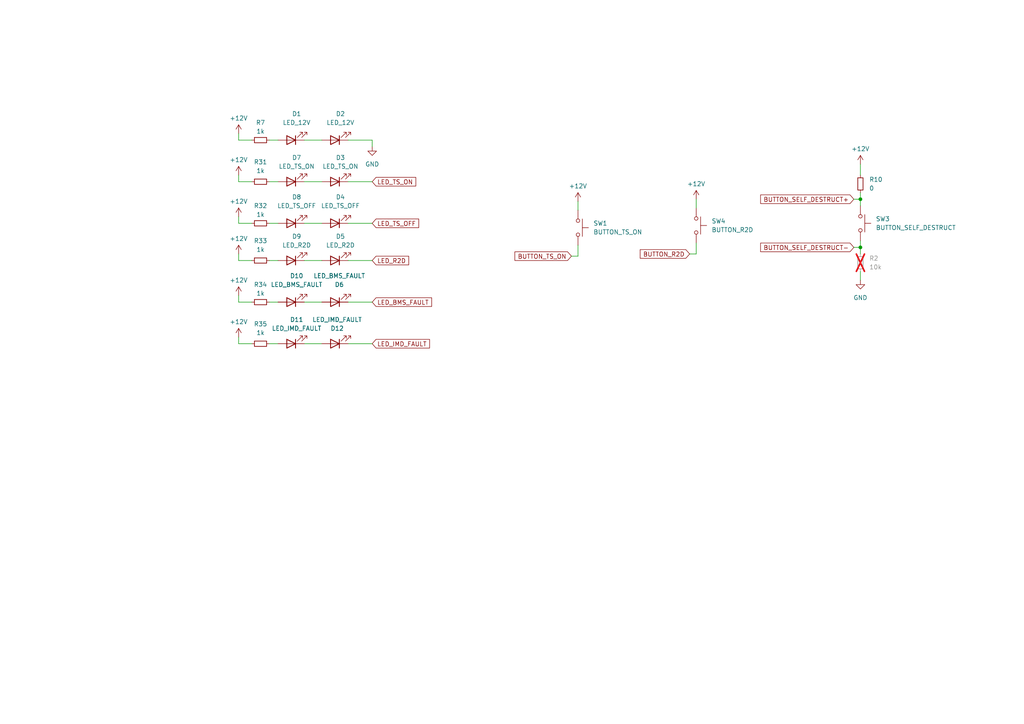
<source format=kicad_sch>
(kicad_sch (version 20230121) (generator eeschema)
  (paper "A4")
  (title_block (title "Dash") (date "2024-05-11") (rev "2.0.0") (company "SUFST - Southampton University Formula Student Team") (comment 1 "STAG X") (comment 2 "Joe Pater"))
  (lib_symbols
    (symbol "Device:LED" (pin_numbers hide) (pin_names (offset 1.016) hide)
      (property "Reference" "D" (at 0 2.54 0))
      (property "Value" "LED" (at 0 -2.54 0))
      (symbol "LED_0_1"
        (polyline (pts (xy -1.27 -1.27) (xy -1.27 1.27)) (stroke (width 0.254)))
        (polyline (pts (xy -1.27 0) (xy 1.27 0)))
        (polyline (pts (xy 1.27 -1.27) (xy 1.27 1.27) (xy -1.27 0) (xy 1.27 -1.27)) (stroke (width 0.254)))
        (polyline (pts (xy -3.048 -0.762) (xy -4.572 -2.286) (xy -3.81 -2.286) (xy -4.572 -2.286) (xy -4.572 -1.524)))
        (polyline (pts (xy -1.778 -0.762) (xy -3.302 -2.286) (xy -2.54 -2.286) (xy -3.302 -2.286) (xy -3.302 -1.524)))
      )
      (symbol "LED_1_1"
        (pin passive line (at -3.81 0 0) (length 2.54) (name "K") (number "1"))
        (pin passive line (at 3.81 0 180) (length 2.54) (name "A") (number "2"))
      )
    )
    (symbol "Device:R_Small" (pin_numbers hide) (pin_names (offset 0.254) hide)
      (property "Reference" "R" (at 0.762 0.508 0))
      (property "Value" "R_Small" (at 0.762 -1.016 0))
      (symbol "R_Small_0_1"
        (rectangle (start -0.762 1.778) (end 0.762 -1.778) (stroke (width 0.2032)))
      )
      (symbol "R_Small_1_1"
        (pin passive line (at 0 2.54 270) (length 0.762) (name "~") (number "1"))
        (pin passive line (at 0 -2.54 90) (length 0.762) (name "~") (number "2"))
      )
    )
    (symbol "Switch:SW_Push" (pin_numbers hide) (pin_names (offset 1.016) hide)
      (property "Reference" "SW" (at 1.27 2.54 0))
      (property "Value" "SW_Push" (at 0 -1.524 0))
      (symbol "SW_Push_0_1"
        (circle (center -2.032 0) (radius 0.508))
        (polyline (pts (xy 0 1.27) (xy 0 3.048)))
        (polyline (pts (xy 2.54 1.27) (xy -2.54 1.27)))
        (circle (center 2.032 0) (radius 0.508))
        (pin passive line (at -5.08 0 0) (length 2.54) (name "1") (number "1"))
        (pin passive line (at 5.08 0 180) (length 2.54) (name "2") (number "2"))
      )
    )
    (symbol "power:+12V" (power) (pin_names (offset 0))
      (property "Value" "+12V" (at 0 3.556 0))
      (symbol "+12V_0_1"
        (polyline (pts (xy -0.762 1.27) (xy 0 2.54)))
        (polyline (pts (xy 0 0) (xy 0 2.54)))
        (polyline (pts (xy 0 2.54) (xy 0.762 1.27)))
      )
      (symbol "+12V_1_1"
        (pin power_in line (at 0 0 90) (length 0) hide (name "+12V") (number "1"))
      )
    )
    (symbol "power:GND" (power) (pin_names (offset 0))
      (property "Value" "GND" (at 0 -3.81 0))
      (symbol "GND_0_1"
        (polyline (pts (xy 0 0) (xy 0 -1.27) (xy 1.27 -1.27) (xy 0 -2.54) (xy -1.27 -1.27) (xy 0 -1.27)))
      )
      (symbol "GND_1_1"
        (pin power_in line (at 0 0 270) (length 0) hide (name "GND") (number "1"))
      )
    )
  )
  (junction (at 249.555 71.755))
  (junction (at 249.555 57.785))
  (wire (pts (xy 69.215 99.695) (xy 73.025 99.695)))
  (wire (pts (xy 167.64 71.12) (xy 167.64 74.295)))
  (wire (pts (xy 249.555 57.785) (xy 249.555 59.69)))
  (wire (pts (xy 249.555 69.85) (xy 249.555 71.755)))
  (wire (pts (xy 78.105 64.77) (xy 80.645 64.77)))
  (wire (pts (xy 93.345 87.63) (xy 88.265 87.63)))
  (wire (pts (xy 107.95 42.545) (xy 107.95 40.64)))
  (wire (pts (xy 78.105 99.695) (xy 80.645 99.695)))
  (wire (pts (xy 93.345 75.565) (xy 88.265 75.565)))
  (wire (pts (xy 247.65 71.755) (xy 249.555 71.755)))
  (wire (pts (xy 69.215 75.565) (xy 73.025 75.565)))
  (wire (pts (xy 93.345 64.77) (xy 88.265 64.77)))
  (wire (pts (xy 200.025 73.66) (xy 201.93 73.66)))
  (wire (pts (xy 249.555 71.755) (xy 249.555 73.66)))
  (wire (pts (xy 69.215 73.66) (xy 69.215 75.565)))
  (wire (pts (xy 69.215 40.64) (xy 73.025 40.64)))
  (wire (pts (xy 247.65 57.785) (xy 249.555 57.785)))
  (wire (pts (xy 69.215 50.8) (xy 69.215 52.705)))
  (wire (pts (xy 201.93 57.785) (xy 201.93 60.325)))
  (wire (pts (xy 107.95 75.565) (xy 100.965 75.565)))
  (wire (pts (xy 107.95 64.77) (xy 100.965 64.77)))
  (wire (pts (xy 249.555 47.625) (xy 249.555 50.8)))
  (wire (pts (xy 69.215 85.725) (xy 69.215 87.63)))
  (wire (pts (xy 69.215 38.735) (xy 69.215 40.64)))
  (wire (pts (xy 78.105 40.64) (xy 80.645 40.64)))
  (wire (pts (xy 107.95 99.695) (xy 100.965 99.695)))
  (wire (pts (xy 78.105 52.705) (xy 80.645 52.705)))
  (wire (pts (xy 69.215 87.63) (xy 73.025 87.63)))
  (wire (pts (xy 249.555 55.88) (xy 249.555 57.785)))
  (wire (pts (xy 249.555 78.74) (xy 249.555 81.28)))
  (wire (pts (xy 93.345 99.695) (xy 88.265 99.695)))
  (wire (pts (xy 201.93 70.485) (xy 201.93 73.66)))
  (wire (pts (xy 93.345 52.705) (xy 88.265 52.705)))
  (wire (pts (xy 78.105 75.565) (xy 80.645 75.565)))
  (wire (pts (xy 107.95 52.705) (xy 100.965 52.705)))
  (wire (pts (xy 165.735 74.295) (xy 167.64 74.295)))
  (wire (pts (xy 69.215 52.705) (xy 73.025 52.705)))
  (wire (pts (xy 69.215 64.77) (xy 73.025 64.77)))
  (wire (pts (xy 69.215 97.79) (xy 69.215 99.695)))
  (wire (pts (xy 78.105 87.63) (xy 80.645 87.63)))
  (wire (pts (xy 93.345 40.64) (xy 88.265 40.64)))
  (wire (pts (xy 167.64 58.42) (xy 167.64 60.96)))
  (wire (pts (xy 107.95 87.63) (xy 100.965 87.63)))
  (wire (pts (xy 107.95 40.64) (xy 100.965 40.64)))
  (wire (pts (xy 69.215 62.865) (xy 69.215 64.77)))
  (global_label "LED_IMD_FAULT" (shape input) (at 107.95 99.695 0) (property "Intersheetrefs" "${INTERSHEET_REFS}" (effects hide)))
  (global_label "BUTTON_R2D" (shape input) (at 200.025 73.66 180) (property "Intersheetrefs" "${INTERSHEET_REFS}" (effects hide)))
  (global_label "LED_TS_OFF" (shape input) (at 107.95 64.77 0) (property "Intersheetrefs" "${INTERSHEET_REFS}" (effects hide)))
  (global_label "LED_TS_ON" (shape input) (at 107.95 52.705 0) (property "Intersheetrefs" "${INTERSHEET_REFS}" (effects hide)))
  (global_label "BUTTON_TS_ON" (shape input) (at 165.735 74.295 180) (property "Intersheetrefs" "${INTERSHEET_REFS}" (effects hide)))
  (global_label "LED_R2D" (shape input) (at 107.95 75.565 0) (property "Intersheetrefs" "${INTERSHEET_REFS}" (effects hide)))
  (global_label "LED_BMS_FAULT" (shape input) (at 107.95 87.63 0) (property "Intersheetrefs" "${INTERSHEET_REFS}" (effects hide)))
  (global_label "BUTTON_SELF_DESTRUCT-" (shape input) (at 247.65 71.755 180) (property "Intersheetrefs" "${INTERSHEET_REFS}" (effects hide)))
  (global_label "BUTTON_SELF_DESTRUCT+" (shape input) (at 247.65 57.785 180) (property "Intersheetrefs" "${INTERSHEET_REFS}" (effects hide)))
  (symbol (lib_id "Device:LED") (at 97.155 75.565 180) (unit 1)
    (property "Reference" "D5" (at 98.7425 68.58 0))
    (property "Value" "LED_R2D" (at 98.7425 71.12 0))
    (property "Footprint" "LED_SMD:LED_0805_2012Metric_Pad1.15x1.40mm_HandSolder" (effects hide))
  )
  (symbol (lib_id "Device:R_Small") (at 75.565 87.63 90) (unit 1)
    (property "Reference" "R34" (at 75.565 82.55 90))
    (property "Value" "1k" (at 75.565 85.09 90))
    (property "Footprint" "Resistor_SMD:R_2512_6332Metric_Pad1.40x3.35mm_HandSolder" (effects hide))
  )
  (symbol (lib_id "Device:LED") (at 97.155 52.705 180) (unit 1)
    (property "Reference" "D3" (at 98.7425 45.72 0))
    (property "Value" "LED_TS_ON" (at 98.7425 48.26 0))
    (property "Footprint" "LED_SMD:LED_0805_2012Metric_Pad1.15x1.40mm_HandSolder" (effects hide))
  )
  (symbol (lib_id "Device:LED") (at 84.455 40.64 180) (unit 1)
    (property "Reference" "D1" (at 86.0425 33.02 0))
    (property "Value" "LED_12V" (at 86.0425 35.56 0))
    (property "Footprint" "LED_SMD:LED_0805_2012Metric_Pad1.15x1.40mm_HandSolder" (effects hide))
  )
  (symbol (lib_id "power:GND") (at 249.555 81.28 0) (unit 1)
    (property "Reference" "#PWR013" (effects hide))
    (property "Value" "GND" (at 249.555 86.36 0))
  )
  (symbol (lib_id "Device:R_Small") (at 75.565 40.64 90) (unit 1)
    (property "Reference" "R7" (at 75.565 35.56 90))
    (property "Value" "1k" (at 75.565 38.1 90))
    (property "Footprint" "Resistor_SMD:R_2512_6332Metric_Pad1.40x3.35mm_HandSolder" (effects hide))
  )
  (symbol (lib_id "power:GND") (at 107.95 42.545 0) (unit 1)
    (property "Reference" "#PWR07" (effects hide))
    (property "Value" "GND" (at 107.95 47.625 0))
  )
  (symbol (lib_id "power:+12V") (at 249.555 47.625 0) (unit 1)
    (property "Reference" "#PWR06" (effects hide))
    (property "Value" "+12V" (at 249.555 43.18 0))
  )
  (symbol (lib_id "Switch:SW_Push") (at 167.64 66.04 270) (unit 1)
    (property "Reference" "SW1" (at 172.085 64.77 90) (effects (justify left)))
    (property "Value" "BUTTON_TS_ON" (at 172.085 67.31 90) (effects (justify left)))
    (property "Footprint" "SUFST:Button_MPB16_CA" (effects hide))
  )
  (symbol (lib_id "Device:R_Small") (at 249.555 76.2 180) (unit 1) (dnp yes)
    (property "Reference" "R2" (at 252.095 74.93 0) (effects (justify right)))
    (property "Value" "10k" (at 252.095 77.47 0) (effects (justify right)))
    (property "Footprint" "Resistor_SMD:R_0805_2012Metric_Pad1.20x1.40mm_HandSolder" (effects hide))
  )
  (symbol (lib_id "power:+12V") (at 69.215 73.66 0) (unit 1)
    (property "Reference" "#PWR010" (effects hide))
    (property "Value" "+12V" (at 69.215 69.215 0))
  )
  (symbol (lib_id "Device:LED") (at 84.455 52.705 180) (unit 1)
    (property "Reference" "D7" (at 86.0425 45.72 0))
    (property "Value" "LED_TS_ON" (at 86.0425 48.26 0))
    (property "Footprint" "LED_SMD:LED_0805_2012Metric_Pad1.15x1.40mm_HandSolder" (effects hide))
  )
  (symbol (lib_id "Device:LED") (at 97.155 99.695 180) (unit 1)
    (property "Reference" "D12" (at 97.79 95.25 0))
    (property "Value" "LED_IMD_FAULT" (at 97.79 92.71 0))
    (property "Footprint" "LED_SMD:LED_0805_2012Metric_Pad1.15x1.40mm_HandSolder" (effects hide))
  )
  (symbol (lib_id "power:+12V") (at 167.64 58.42 0) (unit 1)
    (property "Reference" "#PWR04" (effects hide))
    (property "Value" "+12V" (at 167.64 53.975 0))
  )
  (symbol (lib_id "power:+12V") (at 69.215 85.725 0) (unit 1)
    (property "Reference" "#PWR011" (effects hide))
    (property "Value" "+12V" (at 69.215 81.28 0))
  )
  (symbol (lib_id "power:+12V") (at 69.215 97.79 0) (unit 1)
    (property "Reference" "#PWR012" (effects hide))
    (property "Value" "+12V" (at 69.215 93.345 0))
  )
  (symbol (lib_id "Device:LED") (at 84.455 99.695 180) (unit 1)
    (property "Reference" "D11" (at 86.0425 92.71 0))
    (property "Value" "LED_IMD_FAULT" (at 86.0425 95.25 0))
    (property "Footprint" "LED_SMD:LED_0805_2012Metric_Pad1.15x1.40mm_HandSolder" (effects hide))
  )
  (symbol (lib_id "Device:R_Small") (at 75.565 52.705 90) (unit 1)
    (property "Reference" "R31" (at 75.565 46.99 90))
    (property "Value" "1k" (at 75.565 49.53 90))
    (property "Footprint" "Resistor_SMD:R_2512_6332Metric_Pad1.40x3.35mm_HandSolder" (effects hide))
  )
  (symbol (lib_id "Device:R_Small") (at 75.565 64.77 90) (unit 1)
    (property "Reference" "R32" (at 75.565 59.69 90))
    (property "Value" "1k" (at 75.565 62.23 90))
    (property "Footprint" "Resistor_SMD:R_2512_6332Metric_Pad1.40x3.35mm_HandSolder" (effects hide))
  )
  (symbol (lib_id "Device:LED") (at 84.455 64.77 180) (unit 1)
    (property "Reference" "D8" (at 86.0425 57.15 0))
    (property "Value" "LED_TS_OFF" (at 86.0425 59.69 0))
    (property "Footprint" "LED_SMD:LED_0805_2012Metric_Pad1.15x1.40mm_HandSolder" (effects hide))
  )
  (symbol (lib_id "Device:LED") (at 97.155 64.77 180) (unit 1)
    (property "Reference" "D4" (at 98.7425 57.15 0))
    (property "Value" "LED_TS_OFF" (at 98.7425 59.69 0))
    (property "Footprint" "LED_SMD:LED_0805_2012Metric_Pad1.15x1.40mm_HandSolder" (effects hide))
  )
  (symbol (lib_id "Device:LED") (at 97.155 87.63 180) (unit 1)
    (property "Reference" "D6" (at 98.425 82.55 0))
    (property "Value" "LED_BMS_FAULT" (at 98.425 80.01 0))
    (property "Footprint" "LED_SMD:LED_0805_2012Metric_Pad1.15x1.40mm_HandSolder" (effects hide))
  )
  (symbol (lib_id "Device:LED") (at 84.455 75.565 180) (unit 1)
    (property "Reference" "D9" (at 86.0425 68.58 0))
    (property "Value" "LED_R2D" (at 86.0425 71.12 0))
    (property "Footprint" "LED_SMD:LED_0805_2012Metric_Pad1.15x1.40mm_HandSolder" (effects hide))
  )
  (symbol (lib_id "Device:R_Small") (at 75.565 75.565 90) (unit 1)
    (property "Reference" "R33" (at 75.565 69.85 90))
    (property "Value" "1k" (at 75.565 72.39 90))
    (property "Footprint" "Resistor_SMD:R_2512_6332Metric_Pad1.40x3.35mm_HandSolder" (effects hide))
  )
  (symbol (lib_id "Device:R_Small") (at 75.565 99.695 90) (unit 1)
    (property "Reference" "R35" (at 75.565 93.98 90))
    (property "Value" "1k" (at 75.565 96.52 90))
    (property "Footprint" "Resistor_SMD:R_2512_6332Metric_Pad1.40x3.35mm_HandSolder" (effects hide))
  )
  (symbol (lib_id "power:+12V") (at 201.93 57.785 0) (unit 1)
    (property "Reference" "#PWR05" (effects hide))
    (property "Value" "+12V" (at 201.93 53.34 0))
  )
  (symbol (lib_id "Device:LED") (at 84.455 87.63 180) (unit 1)
    (property "Reference" "D10" (at 86.0425 80.01 0))
    (property "Value" "LED_BMS_FAULT" (at 86.0425 82.55 0))
    (property "Footprint" "LED_SMD:LED_0805_2012Metric_Pad1.15x1.40mm_HandSolder" (effects hide))
  )
  (symbol (lib_id "Device:R_Small") (at 249.555 53.34 180) (unit 1)
    (property "Reference" "R10" (at 252.095 52.07 0) (effects (justify right)))
    (property "Value" "0" (at 252.095 54.61 0) (effects (justify right)))
    (property "Footprint" "Resistor_SMD:R_0805_2012Metric_Pad1.20x1.40mm_HandSolder" (effects hide))
  )
  (symbol (lib_id "power:+12V") (at 69.215 62.865 0) (unit 1)
    (property "Reference" "#PWR09" (effects hide))
    (property "Value" "+12V" (at 69.215 58.42 0))
  )
  (symbol (lib_id "Switch:SW_Push") (at 249.555 64.77 270) (unit 1)
    (property "Reference" "SW3" (at 254 63.5 90) (effects (justify left)))
    (property "Value" "BUTTON_SELF_DESTRUCT" (at 254 66.04 90) (effects (justify left)))
    (property "Footprint" "SUFST:Button_MPB16_CA" (effects hide))
  )
  (symbol (lib_id "power:+12V") (at 69.215 38.735 0) (unit 1)
    (property "Reference" "#PWR03" (effects hide))
    (property "Value" "+12V" (at 69.215 34.29 0))
  )
  (symbol (lib_id "power:+12V") (at 69.215 50.8 0) (unit 1)
    (property "Reference" "#PWR08" (effects hide))
    (property "Value" "+12V" (at 69.215 46.355 0))
  )
  (symbol (lib_id "Switch:SW_Push") (at 201.93 65.405 270) (unit 1)
    (property "Reference" "SW4" (at 206.375 64.135 90) (effects (justify left)))
    (property "Value" "BUTTON_R2D" (at 206.375 66.675 90) (effects (justify left)))
    (property "Footprint" "SUFST:Button_MPB16_CA" (effects hide))
  )
  (symbol (lib_id "Device:LED") (at 97.155 40.64 180) (unit 1)
    (property "Reference" "D2" (at 98.7425 33.02 0))
    (property "Value" "LED_12V" (at 98.7425 35.56 0))
    (property "Footprint" "LED_SMD:LED_0805_2012Metric_Pad1.15x1.40mm_HandSolder" (effects hide))
  )
)
</source>
